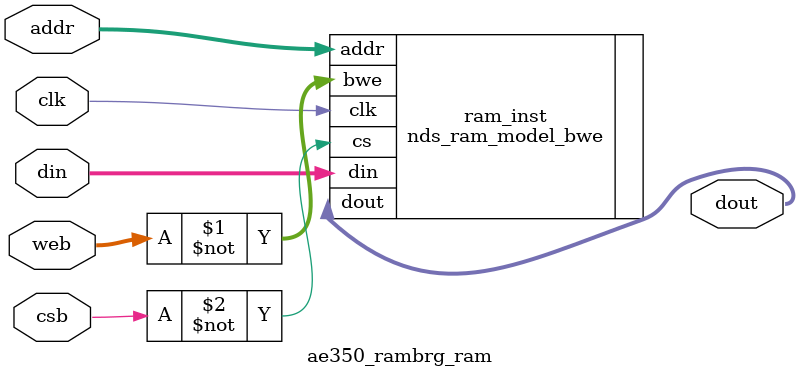
<source format=v>



module ae350_rambrg_ram (
	  addr,
	  clk,
	  csb,
	  web,
	  din,
	  dout
);

parameter  ADDR_WIDTH  = 18;
parameter  DATA_WIDTH  = 64;
input            [ADDR_WIDTH-1:0] addr;
input                             clk;
input                             csb;
input            [((DATA_WIDTH/8)-1):0] web;
input            [DATA_WIDTH-1:0] din;
output           [DATA_WIDTH-1:0] dout;


nds_ram_model_bwe #(.ADDR_WIDTH ( ADDR_WIDTH ),
                    .DATA_BYTE  ((DATA_WIDTH/8))
) ram_inst(
	.clk (clk  ),
	.bwe (~web ),
	.cs  (~csb ),
	.addr(addr ),
	.din (din  ),
	.dout(dout));
endmodule

</source>
